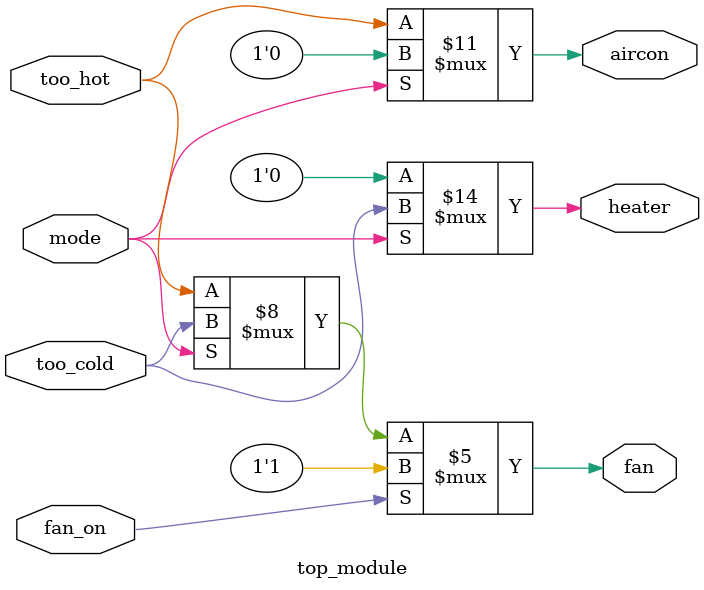
<source format=sv>
module top_module(
    input mode,
    input too_cold, 
    input too_hot,
    input fan_on,
    output reg heater,
    output reg aircon,
    output reg fan
);

always @(*) begin
    // Heating mode
    if (mode) begin
        heater = too_cold;
        aircon = 0;
        fan = (too_cold | heater);
    end
    // Cooling mode
    else begin
        heater = 0;
        aircon = too_hot;
        fan = (too_hot | aircon);
    end
    
    // Fan on request
    if (fan_on) begin
        fan = 1;
    end
end

endmodule

</source>
